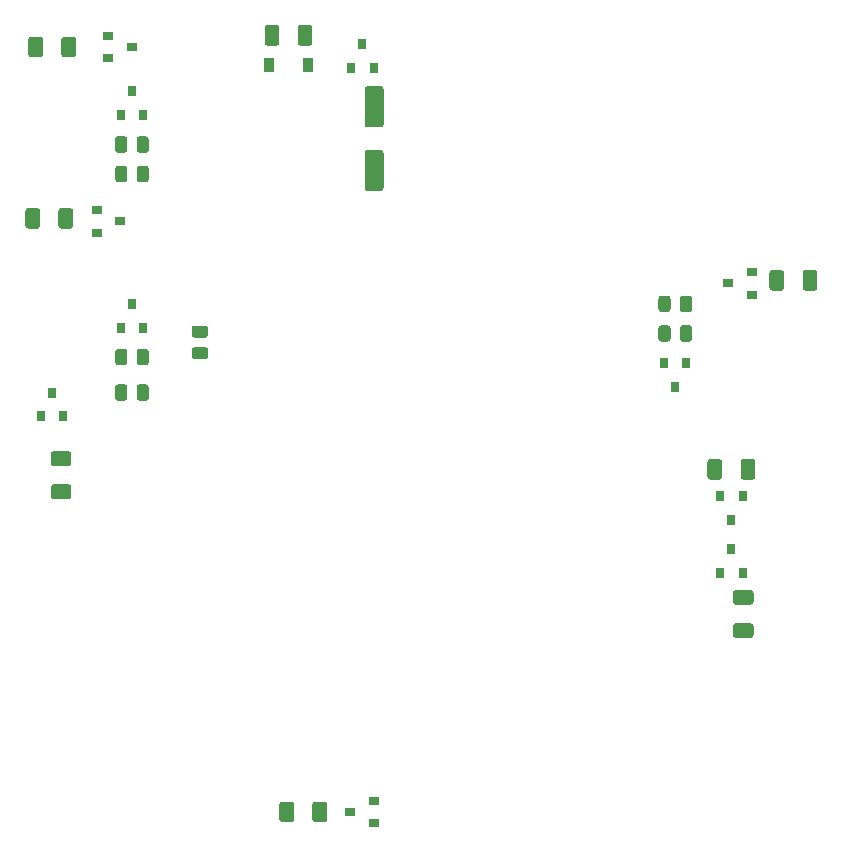
<source format=gbr>
%TF.GenerationSoftware,KiCad,Pcbnew,(5.1.8)-1*%
%TF.CreationDate,2021-03-13T21:34:25+00:00*%
%TF.ProjectId,Trio,5472696f-2e6b-4696-9361-645f70636258,rev?*%
%TF.SameCoordinates,Original*%
%TF.FileFunction,Paste,Top*%
%TF.FilePolarity,Positive*%
%FSLAX46Y46*%
G04 Gerber Fmt 4.6, Leading zero omitted, Abs format (unit mm)*
G04 Created by KiCad (PCBNEW (5.1.8)-1) date 2021-03-13 21:34:25*
%MOMM*%
%LPD*%
G01*
G04 APERTURE LIST*
%ADD10R,0.900000X0.800000*%
%ADD11R,0.800000X0.900000*%
%ADD12R,0.900000X1.200000*%
G04 APERTURE END LIST*
D10*
%TO.C,Q8*%
X123500000Y-75750000D03*
X121500000Y-76700000D03*
X121500000Y-74800000D03*
%TD*%
D11*
%TO.C,Q7*%
X116750000Y-105000000D03*
X117700000Y-107000000D03*
X115800000Y-107000000D03*
%TD*%
D10*
%TO.C,Q6*%
X122500000Y-90500000D03*
X120500000Y-91450000D03*
X120500000Y-89550000D03*
%TD*%
D11*
%TO.C,Q5*%
X174250000Y-118250000D03*
X175200000Y-120250000D03*
X173300000Y-120250000D03*
%TD*%
%TO.C,Q4*%
X174250000Y-115750000D03*
X173300000Y-113750000D03*
X175200000Y-113750000D03*
%TD*%
D10*
%TO.C,Q3*%
X174000000Y-95750000D03*
X176000000Y-94800000D03*
X176000000Y-96700000D03*
%TD*%
%TO.C,F5*%
G36*
G01*
X115975000Y-75125000D02*
X115975000Y-76375000D01*
G75*
G02*
X115725000Y-76625000I-250000J0D01*
G01*
X114975000Y-76625000D01*
G75*
G02*
X114725000Y-76375000I0J250000D01*
G01*
X114725000Y-75125000D01*
G75*
G02*
X114975000Y-74875000I250000J0D01*
G01*
X115725000Y-74875000D01*
G75*
G02*
X115975000Y-75125000I0J-250000D01*
G01*
G37*
G36*
G01*
X118775000Y-75125000D02*
X118775000Y-76375000D01*
G75*
G02*
X118525000Y-76625000I-250000J0D01*
G01*
X117775000Y-76625000D01*
G75*
G02*
X117525000Y-76375000I0J250000D01*
G01*
X117525000Y-75125000D01*
G75*
G02*
X117775000Y-74875000I250000J0D01*
G01*
X118525000Y-74875000D01*
G75*
G02*
X118775000Y-75125000I0J-250000D01*
G01*
G37*
%TD*%
%TO.C,F2*%
G36*
G01*
X115725000Y-89625000D02*
X115725000Y-90875000D01*
G75*
G02*
X115475000Y-91125000I-250000J0D01*
G01*
X114725000Y-91125000D01*
G75*
G02*
X114475000Y-90875000I0J250000D01*
G01*
X114475000Y-89625000D01*
G75*
G02*
X114725000Y-89375000I250000J0D01*
G01*
X115475000Y-89375000D01*
G75*
G02*
X115725000Y-89625000I0J-250000D01*
G01*
G37*
G36*
G01*
X118525000Y-89625000D02*
X118525000Y-90875000D01*
G75*
G02*
X118275000Y-91125000I-250000J0D01*
G01*
X117525000Y-91125000D01*
G75*
G02*
X117275000Y-90875000I0J250000D01*
G01*
X117275000Y-89625000D01*
G75*
G02*
X117525000Y-89375000I250000J0D01*
G01*
X118275000Y-89375000D01*
G75*
G02*
X118525000Y-89625000I0J-250000D01*
G01*
G37*
%TD*%
D12*
%TO.C,D1*%
X135100000Y-77250000D03*
X138400000Y-77250000D03*
%TD*%
D10*
%TO.C,Q2*%
X142000000Y-140500000D03*
X144000000Y-139550000D03*
X144000000Y-141450000D03*
%TD*%
D11*
%TO.C,Q1*%
X143000000Y-75500000D03*
X143950000Y-77500000D03*
X142050000Y-77500000D03*
%TD*%
%TO.C,R7*%
G36*
G01*
X129700001Y-100350000D02*
X128799999Y-100350000D01*
G75*
G02*
X128550000Y-100100001I0J249999D01*
G01*
X128550000Y-99574999D01*
G75*
G02*
X128799999Y-99325000I249999J0D01*
G01*
X129700001Y-99325000D01*
G75*
G02*
X129950000Y-99574999I0J-249999D01*
G01*
X129950000Y-100100001D01*
G75*
G02*
X129700001Y-100350000I-249999J0D01*
G01*
G37*
G36*
G01*
X129700001Y-102175000D02*
X128799999Y-102175000D01*
G75*
G02*
X128550000Y-101925001I0J249999D01*
G01*
X128550000Y-101399999D01*
G75*
G02*
X128799999Y-101150000I249999J0D01*
G01*
X129700001Y-101150000D01*
G75*
G02*
X129950000Y-101399999I0J-249999D01*
G01*
X129950000Y-101925001D01*
G75*
G02*
X129700001Y-102175000I-249999J0D01*
G01*
G37*
%TD*%
%TO.C,C1*%
G36*
G01*
X143450000Y-84450000D02*
X144550000Y-84450000D01*
G75*
G02*
X144800000Y-84700000I0J-250000D01*
G01*
X144800000Y-87700000D01*
G75*
G02*
X144550000Y-87950000I-250000J0D01*
G01*
X143450000Y-87950000D01*
G75*
G02*
X143200000Y-87700000I0J250000D01*
G01*
X143200000Y-84700000D01*
G75*
G02*
X143450000Y-84450000I250000J0D01*
G01*
G37*
G36*
G01*
X143450000Y-79050000D02*
X144550000Y-79050000D01*
G75*
G02*
X144800000Y-79300000I0J-250000D01*
G01*
X144800000Y-82300000D01*
G75*
G02*
X144550000Y-82550000I-250000J0D01*
G01*
X143450000Y-82550000D01*
G75*
G02*
X143200000Y-82300000I0J250000D01*
G01*
X143200000Y-79300000D01*
G75*
G02*
X143450000Y-79050000I250000J0D01*
G01*
G37*
%TD*%
%TO.C,R6*%
G36*
G01*
X123900000Y-86950001D02*
X123900000Y-86049999D01*
G75*
G02*
X124149999Y-85800000I249999J0D01*
G01*
X124675001Y-85800000D01*
G75*
G02*
X124925000Y-86049999I0J-249999D01*
G01*
X124925000Y-86950001D01*
G75*
G02*
X124675001Y-87200000I-249999J0D01*
G01*
X124149999Y-87200000D01*
G75*
G02*
X123900000Y-86950001I0J249999D01*
G01*
G37*
G36*
G01*
X122075000Y-86950001D02*
X122075000Y-86049999D01*
G75*
G02*
X122324999Y-85800000I249999J0D01*
G01*
X122850001Y-85800000D01*
G75*
G02*
X123100000Y-86049999I0J-249999D01*
G01*
X123100000Y-86950001D01*
G75*
G02*
X122850001Y-87200000I-249999J0D01*
G01*
X122324999Y-87200000D01*
G75*
G02*
X122075000Y-86950001I0J249999D01*
G01*
G37*
%TD*%
%TO.C,R5*%
G36*
G01*
X123900000Y-105450001D02*
X123900000Y-104549999D01*
G75*
G02*
X124149999Y-104300000I249999J0D01*
G01*
X124675001Y-104300000D01*
G75*
G02*
X124925000Y-104549999I0J-249999D01*
G01*
X124925000Y-105450001D01*
G75*
G02*
X124675001Y-105700000I-249999J0D01*
G01*
X124149999Y-105700000D01*
G75*
G02*
X123900000Y-105450001I0J249999D01*
G01*
G37*
G36*
G01*
X122075000Y-105450001D02*
X122075000Y-104549999D01*
G75*
G02*
X122324999Y-104300000I249999J0D01*
G01*
X122850001Y-104300000D01*
G75*
G02*
X123100000Y-104549999I0J-249999D01*
G01*
X123100000Y-105450001D01*
G75*
G02*
X122850001Y-105700000I-249999J0D01*
G01*
X122324999Y-105700000D01*
G75*
G02*
X122075000Y-105450001I0J249999D01*
G01*
G37*
%TD*%
%TO.C,R4*%
G36*
G01*
X169100000Y-97049999D02*
X169100000Y-97950001D01*
G75*
G02*
X168850001Y-98200000I-249999J0D01*
G01*
X168324999Y-98200000D01*
G75*
G02*
X168075000Y-97950001I0J249999D01*
G01*
X168075000Y-97049999D01*
G75*
G02*
X168324999Y-96800000I249999J0D01*
G01*
X168850001Y-96800000D01*
G75*
G02*
X169100000Y-97049999I0J-249999D01*
G01*
G37*
G36*
G01*
X170925000Y-97049999D02*
X170925000Y-97950001D01*
G75*
G02*
X170675001Y-98200000I-249999J0D01*
G01*
X170149999Y-98200000D01*
G75*
G02*
X169900000Y-97950001I0J249999D01*
G01*
X169900000Y-97049999D01*
G75*
G02*
X170149999Y-96800000I249999J0D01*
G01*
X170675001Y-96800000D01*
G75*
G02*
X170925000Y-97049999I0J-249999D01*
G01*
G37*
%TD*%
%TO.C,R3*%
G36*
G01*
X123100000Y-101549999D02*
X123100000Y-102450001D01*
G75*
G02*
X122850001Y-102700000I-249999J0D01*
G01*
X122324999Y-102700000D01*
G75*
G02*
X122075000Y-102450001I0J249999D01*
G01*
X122075000Y-101549999D01*
G75*
G02*
X122324999Y-101300000I249999J0D01*
G01*
X122850001Y-101300000D01*
G75*
G02*
X123100000Y-101549999I0J-249999D01*
G01*
G37*
G36*
G01*
X124925000Y-101549999D02*
X124925000Y-102450001D01*
G75*
G02*
X124675001Y-102700000I-249999J0D01*
G01*
X124149999Y-102700000D01*
G75*
G02*
X123900000Y-102450001I0J249999D01*
G01*
X123900000Y-101549999D01*
G75*
G02*
X124149999Y-101300000I249999J0D01*
G01*
X124675001Y-101300000D01*
G75*
G02*
X124925000Y-101549999I0J-249999D01*
G01*
G37*
%TD*%
%TO.C,R2*%
G36*
G01*
X123100000Y-83549999D02*
X123100000Y-84450001D01*
G75*
G02*
X122850001Y-84700000I-249999J0D01*
G01*
X122324999Y-84700000D01*
G75*
G02*
X122075000Y-84450001I0J249999D01*
G01*
X122075000Y-83549999D01*
G75*
G02*
X122324999Y-83300000I249999J0D01*
G01*
X122850001Y-83300000D01*
G75*
G02*
X123100000Y-83549999I0J-249999D01*
G01*
G37*
G36*
G01*
X124925000Y-83549999D02*
X124925000Y-84450001D01*
G75*
G02*
X124675001Y-84700000I-249999J0D01*
G01*
X124149999Y-84700000D01*
G75*
G02*
X123900000Y-84450001I0J249999D01*
G01*
X123900000Y-83549999D01*
G75*
G02*
X124149999Y-83300000I249999J0D01*
G01*
X124675001Y-83300000D01*
G75*
G02*
X124925000Y-83549999I0J-249999D01*
G01*
G37*
%TD*%
%TO.C,R1*%
G36*
G01*
X169900000Y-100450001D02*
X169900000Y-99549999D01*
G75*
G02*
X170149999Y-99300000I249999J0D01*
G01*
X170675001Y-99300000D01*
G75*
G02*
X170925000Y-99549999I0J-249999D01*
G01*
X170925000Y-100450001D01*
G75*
G02*
X170675001Y-100700000I-249999J0D01*
G01*
X170149999Y-100700000D01*
G75*
G02*
X169900000Y-100450001I0J249999D01*
G01*
G37*
G36*
G01*
X168075000Y-100450001D02*
X168075000Y-99549999D01*
G75*
G02*
X168324999Y-99300000I249999J0D01*
G01*
X168850001Y-99300000D01*
G75*
G02*
X169100000Y-99549999I0J-249999D01*
G01*
X169100000Y-100450001D01*
G75*
G02*
X168850001Y-100700000I-249999J0D01*
G01*
X168324999Y-100700000D01*
G75*
G02*
X168075000Y-100450001I0J249999D01*
G01*
G37*
%TD*%
%TO.C,NM5*%
X123500000Y-97500000D03*
X124450000Y-99500000D03*
X122550000Y-99500000D03*
%TD*%
%TO.C,NM3*%
X123500000Y-79500000D03*
X124450000Y-81500000D03*
X122550000Y-81500000D03*
%TD*%
%TO.C,NM2*%
X169500000Y-104500000D03*
X168550000Y-102500000D03*
X170450000Y-102500000D03*
%TD*%
%TO.C,F8*%
G36*
G01*
X135975000Y-74125000D02*
X135975000Y-75375000D01*
G75*
G02*
X135725000Y-75625000I-250000J0D01*
G01*
X134975000Y-75625000D01*
G75*
G02*
X134725000Y-75375000I0J250000D01*
G01*
X134725000Y-74125000D01*
G75*
G02*
X134975000Y-73875000I250000J0D01*
G01*
X135725000Y-73875000D01*
G75*
G02*
X135975000Y-74125000I0J-250000D01*
G01*
G37*
G36*
G01*
X138775000Y-74125000D02*
X138775000Y-75375000D01*
G75*
G02*
X138525000Y-75625000I-250000J0D01*
G01*
X137775000Y-75625000D01*
G75*
G02*
X137525000Y-75375000I0J250000D01*
G01*
X137525000Y-74125000D01*
G75*
G02*
X137775000Y-73875000I250000J0D01*
G01*
X138525000Y-73875000D01*
G75*
G02*
X138775000Y-74125000I0J-250000D01*
G01*
G37*
%TD*%
%TO.C,F7*%
G36*
G01*
X138775000Y-141125000D02*
X138775000Y-139875000D01*
G75*
G02*
X139025000Y-139625000I250000J0D01*
G01*
X139775000Y-139625000D01*
G75*
G02*
X140025000Y-139875000I0J-250000D01*
G01*
X140025000Y-141125000D01*
G75*
G02*
X139775000Y-141375000I-250000J0D01*
G01*
X139025000Y-141375000D01*
G75*
G02*
X138775000Y-141125000I0J250000D01*
G01*
G37*
G36*
G01*
X135975000Y-141125000D02*
X135975000Y-139875000D01*
G75*
G02*
X136225000Y-139625000I250000J0D01*
G01*
X136975000Y-139625000D01*
G75*
G02*
X137225000Y-139875000I0J-250000D01*
G01*
X137225000Y-141125000D01*
G75*
G02*
X136975000Y-141375000I-250000J0D01*
G01*
X136225000Y-141375000D01*
G75*
G02*
X135975000Y-141125000I0J250000D01*
G01*
G37*
%TD*%
%TO.C,F6*%
G36*
G01*
X118125000Y-111225000D02*
X116875000Y-111225000D01*
G75*
G02*
X116625000Y-110975000I0J250000D01*
G01*
X116625000Y-110225000D01*
G75*
G02*
X116875000Y-109975000I250000J0D01*
G01*
X118125000Y-109975000D01*
G75*
G02*
X118375000Y-110225000I0J-250000D01*
G01*
X118375000Y-110975000D01*
G75*
G02*
X118125000Y-111225000I-250000J0D01*
G01*
G37*
G36*
G01*
X118125000Y-114025000D02*
X116875000Y-114025000D01*
G75*
G02*
X116625000Y-113775000I0J250000D01*
G01*
X116625000Y-113025000D01*
G75*
G02*
X116875000Y-112775000I250000J0D01*
G01*
X118125000Y-112775000D01*
G75*
G02*
X118375000Y-113025000I0J-250000D01*
G01*
X118375000Y-113775000D01*
G75*
G02*
X118125000Y-114025000I-250000J0D01*
G01*
G37*
%TD*%
%TO.C,F4*%
G36*
G01*
X175875000Y-122975000D02*
X174625000Y-122975000D01*
G75*
G02*
X174375000Y-122725000I0J250000D01*
G01*
X174375000Y-121975000D01*
G75*
G02*
X174625000Y-121725000I250000J0D01*
G01*
X175875000Y-121725000D01*
G75*
G02*
X176125000Y-121975000I0J-250000D01*
G01*
X176125000Y-122725000D01*
G75*
G02*
X175875000Y-122975000I-250000J0D01*
G01*
G37*
G36*
G01*
X175875000Y-125775000D02*
X174625000Y-125775000D01*
G75*
G02*
X174375000Y-125525000I0J250000D01*
G01*
X174375000Y-124775000D01*
G75*
G02*
X174625000Y-124525000I250000J0D01*
G01*
X175875000Y-124525000D01*
G75*
G02*
X176125000Y-124775000I0J-250000D01*
G01*
X176125000Y-125525000D01*
G75*
G02*
X175875000Y-125775000I-250000J0D01*
G01*
G37*
%TD*%
%TO.C,F3*%
G36*
G01*
X173475000Y-110875000D02*
X173475000Y-112125000D01*
G75*
G02*
X173225000Y-112375000I-250000J0D01*
G01*
X172475000Y-112375000D01*
G75*
G02*
X172225000Y-112125000I0J250000D01*
G01*
X172225000Y-110875000D01*
G75*
G02*
X172475000Y-110625000I250000J0D01*
G01*
X173225000Y-110625000D01*
G75*
G02*
X173475000Y-110875000I0J-250000D01*
G01*
G37*
G36*
G01*
X176275000Y-110875000D02*
X176275000Y-112125000D01*
G75*
G02*
X176025000Y-112375000I-250000J0D01*
G01*
X175275000Y-112375000D01*
G75*
G02*
X175025000Y-112125000I0J250000D01*
G01*
X175025000Y-110875000D01*
G75*
G02*
X175275000Y-110625000I250000J0D01*
G01*
X176025000Y-110625000D01*
G75*
G02*
X176275000Y-110875000I0J-250000D01*
G01*
G37*
%TD*%
%TO.C,F1*%
G36*
G01*
X180275000Y-96125000D02*
X180275000Y-94875000D01*
G75*
G02*
X180525000Y-94625000I250000J0D01*
G01*
X181275000Y-94625000D01*
G75*
G02*
X181525000Y-94875000I0J-250000D01*
G01*
X181525000Y-96125000D01*
G75*
G02*
X181275000Y-96375000I-250000J0D01*
G01*
X180525000Y-96375000D01*
G75*
G02*
X180275000Y-96125000I0J250000D01*
G01*
G37*
G36*
G01*
X177475000Y-96125000D02*
X177475000Y-94875000D01*
G75*
G02*
X177725000Y-94625000I250000J0D01*
G01*
X178475000Y-94625000D01*
G75*
G02*
X178725000Y-94875000I0J-250000D01*
G01*
X178725000Y-96125000D01*
G75*
G02*
X178475000Y-96375000I-250000J0D01*
G01*
X177725000Y-96375000D01*
G75*
G02*
X177475000Y-96125000I0J250000D01*
G01*
G37*
%TD*%
M02*

</source>
